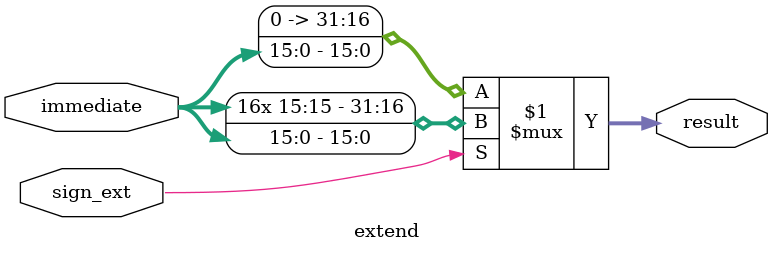
<source format=v>
`timescale 1ns / 1ps

module extend(input sign_ext, // Á¢¼´ÊýÀ©Õ¹£¬=1 Ôò·ûºÅÀ©Õ¹£¬·ñÔòÁãÀ©Õ¹
                input [15:0] immediate, output [31:0] result);
    assign result = sign_ext ?
                        {{16{immediate[15]}}, immediate} : // ·ûºÅÀ©Õ¹
                            {16'b0, immediate}; // ÁãÀ©Õ¹
endmodule

</source>
